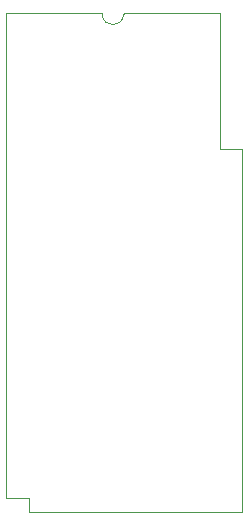
<source format=gm1>
%TF.GenerationSoftware,KiCad,Pcbnew,(6.0.1)*%
%TF.CreationDate,2022-02-10T14:07:36-05:00*%
%TF.ProjectId,23XX-Adapter,32335858-2d41-4646-9170-7465722e6b69,1*%
%TF.SameCoordinates,Original*%
%TF.FileFunction,Profile,NP*%
%FSLAX46Y46*%
G04 Gerber Fmt 4.6, Leading zero omitted, Abs format (unit mm)*
G04 Created by KiCad (PCBNEW (6.0.1)) date 2022-02-10 14:07:36*
%MOMM*%
%LPD*%
G01*
G04 APERTURE LIST*
%TA.AperFunction,Profile*%
%ADD10C,0.050000*%
%TD*%
G04 APERTURE END LIST*
D10*
X156700000Y-84390000D02*
X158605000Y-84390000D01*
X138630000Y-113950000D02*
X138630000Y-72900000D01*
X140535000Y-113950000D02*
X138630000Y-113950000D01*
X148565000Y-72985000D02*
X148565000Y-72900000D01*
X146765000Y-72985000D02*
G75*
G03*
X148565000Y-72985000I900000J0D01*
G01*
X156700000Y-72900000D02*
X156700000Y-84390000D01*
X158605000Y-84390000D02*
X158605000Y-115160000D01*
X146765000Y-72900000D02*
X146765000Y-72985000D01*
X148565000Y-72900000D02*
X156700000Y-72900000D01*
X158605000Y-115160000D02*
X140535000Y-115160000D01*
X138630000Y-72900000D02*
X146765000Y-72900000D01*
X140535000Y-115160000D02*
X140535000Y-113950000D01*
M02*

</source>
